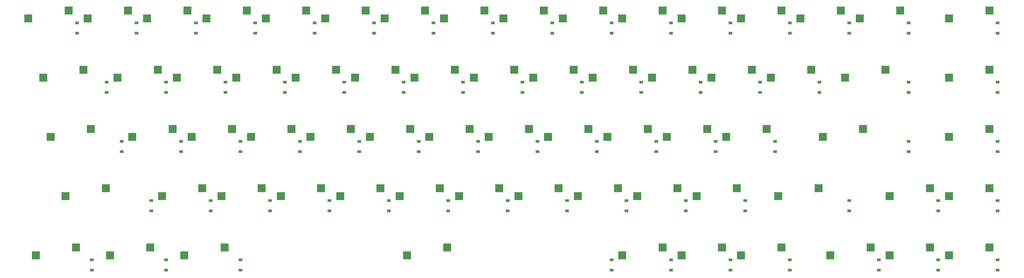
<source format=gbr>
G04 #@! TF.GenerationSoftware,KiCad,Pcbnew,(5.1.8-0-10_14)*
G04 #@! TF.CreationDate,2021-01-01T21:21:00+09:00*
G04 #@! TF.ProjectId,keyboard,6b657962-6f61-4726-942e-6b696361645f,rev?*
G04 #@! TF.SameCoordinates,Original*
G04 #@! TF.FileFunction,Paste,Bot*
G04 #@! TF.FilePolarity,Positive*
%FSLAX46Y46*%
G04 Gerber Fmt 4.6, Leading zero omitted, Abs format (unit mm)*
G04 Created by KiCad (PCBNEW (5.1.8-0-10_14)) date 2021-01-01 21:21:00*
%MOMM*%
%LPD*%
G01*
G04 APERTURE LIST*
%ADD10R,2.550000X2.500000*%
%ADD11R,1.200000X0.900000*%
G04 APERTURE END LIST*
D10*
X310642000Y-80645000D03*
X297715000Y-83185000D03*
X291592000Y-80645000D03*
X278665000Y-83185000D03*
X272542000Y-80645000D03*
X259615000Y-83185000D03*
X243967000Y-80645000D03*
X231040000Y-83185000D03*
X224917000Y-80645000D03*
X211990000Y-83185000D03*
X205867000Y-80645000D03*
X192940000Y-83185000D03*
X136811000Y-80645000D03*
X123884000Y-83185000D03*
X65373200Y-80645000D03*
X52446200Y-83185000D03*
X41560800Y-80645000D03*
X28633800Y-83185000D03*
X17748200Y-80645000D03*
X4821200Y-83185000D03*
X310642000Y-61595000D03*
X297715000Y-64135000D03*
X291592000Y-61595000D03*
X278665000Y-64135000D03*
X255873000Y-61595000D03*
X242946000Y-64135000D03*
X229680000Y-61595000D03*
X216753000Y-64135000D03*
X210630000Y-61595000D03*
X197703000Y-64135000D03*
X191580000Y-61595000D03*
X178653000Y-64135000D03*
X172530000Y-61595000D03*
X159603000Y-64135000D03*
X153480000Y-61595000D03*
X140553000Y-64135000D03*
X134430000Y-61595000D03*
X121503000Y-64135000D03*
X115380000Y-61595000D03*
X102453000Y-64135000D03*
X96329500Y-61595000D03*
X83402500Y-64135000D03*
X77279500Y-61595000D03*
X64352500Y-64135000D03*
X58229500Y-61595000D03*
X45302500Y-64135000D03*
X27273200Y-61595000D03*
X14346200Y-64135000D03*
X310642000Y-42545000D03*
X297715000Y-45085000D03*
X270161000Y-42545000D03*
X257234000Y-45085000D03*
X239204000Y-42545000D03*
X226277000Y-45085000D03*
X220154000Y-42545000D03*
X207227000Y-45085000D03*
X201104000Y-42545000D03*
X188177000Y-45085000D03*
X182054000Y-42545000D03*
X169127000Y-45085000D03*
X163004000Y-42545000D03*
X150077000Y-45085000D03*
X143954000Y-42545000D03*
X131027000Y-45085000D03*
X124904000Y-42545000D03*
X111977000Y-45085000D03*
X105854000Y-42545000D03*
X92927000Y-45085000D03*
X86804500Y-42545000D03*
X73877500Y-45085000D03*
X67754500Y-42545000D03*
X54827500Y-45085000D03*
X48704500Y-42545000D03*
X35777500Y-45085000D03*
X22510800Y-42545000D03*
X9583800Y-45085000D03*
X310642000Y-23495000D03*
X297715000Y-26035000D03*
X277304000Y-23495000D03*
X264377000Y-26035000D03*
X253492000Y-23495000D03*
X240565000Y-26035000D03*
X234442000Y-23495000D03*
X221515000Y-26035000D03*
X215392000Y-23495000D03*
X202465000Y-26035000D03*
X196342000Y-23495000D03*
X183415000Y-26035000D03*
X177292000Y-23495000D03*
X164365000Y-26035000D03*
X158242000Y-23495000D03*
X145315000Y-26035000D03*
X139192000Y-23495000D03*
X126265000Y-26035000D03*
X120142000Y-23495000D03*
X107215000Y-26035000D03*
X101092000Y-23495000D03*
X88165000Y-26035000D03*
X82042000Y-23495000D03*
X69115000Y-26035000D03*
X62992000Y-23495000D03*
X50065000Y-26035000D03*
X43942000Y-23495000D03*
X31015000Y-26035000D03*
X20129500Y-23495000D03*
X7202500Y-26035000D03*
X310642000Y-4445000D03*
X297715000Y-6985000D03*
X282067000Y-4445000D03*
X269140000Y-6985000D03*
X263017000Y-4445000D03*
X250090000Y-6985000D03*
X243967000Y-4445000D03*
X231040000Y-6985000D03*
X224917000Y-4445000D03*
X211990000Y-6985000D03*
X205867000Y-4445000D03*
X192940000Y-6985000D03*
X186817000Y-4445000D03*
X173890000Y-6985000D03*
X167767000Y-4445000D03*
X154840000Y-6985000D03*
X148717000Y-4445000D03*
X135790000Y-6985000D03*
X129667000Y-4445000D03*
X116740000Y-6985000D03*
X110617000Y-4445000D03*
X97690000Y-6985000D03*
X91567000Y-4445000D03*
X78640000Y-6985000D03*
X72517000Y-4445000D03*
X59590000Y-6985000D03*
X53467000Y-4445000D03*
X40540000Y-6985000D03*
X34417000Y-4445000D03*
X21490000Y-6985000D03*
X15367000Y-4445000D03*
X2440000Y-6985000D03*
D11*
X18050000Y-8375000D03*
X18050000Y-11675000D03*
X37100000Y-8375000D03*
X37100000Y-11675000D03*
X56150000Y-8375000D03*
X56150000Y-11675000D03*
X75200000Y-8375000D03*
X75200000Y-11675000D03*
X94250000Y-8375000D03*
X94250000Y-11675000D03*
X113300000Y-8375000D03*
X113300000Y-11675000D03*
X132350000Y-8375000D03*
X132350000Y-11675000D03*
X151400000Y-8375000D03*
X151400000Y-11675000D03*
X170450000Y-8375000D03*
X170450000Y-11675000D03*
X189500000Y-8375000D03*
X189500000Y-11675000D03*
X208550000Y-8375000D03*
X208550000Y-11675000D03*
X227600000Y-8375000D03*
X227600000Y-11675000D03*
X246650000Y-8375000D03*
X246650000Y-11675000D03*
X265700000Y-8375000D03*
X265700000Y-11675000D03*
X284750000Y-8375000D03*
X284750000Y-11675000D03*
X313325000Y-8375000D03*
X313325000Y-11675000D03*
X27575000Y-27425000D03*
X27575000Y-30725000D03*
X46625000Y-27425000D03*
X46625000Y-30725000D03*
X65675000Y-27425000D03*
X65675000Y-30725000D03*
X84725000Y-27425000D03*
X84725000Y-30725000D03*
X103775000Y-27425000D03*
X103775000Y-30725000D03*
X122825000Y-27425000D03*
X122825000Y-30725000D03*
X141875000Y-27425000D03*
X141875000Y-30725000D03*
X160925000Y-27425000D03*
X160925000Y-30725000D03*
X179975000Y-27425000D03*
X179975000Y-30725000D03*
X199025000Y-27425000D03*
X199025000Y-30725000D03*
X218075000Y-27425000D03*
X218075000Y-30725000D03*
X237125000Y-27425000D03*
X237125000Y-30725000D03*
X256175000Y-27425000D03*
X256175000Y-30725000D03*
X284750000Y-27425000D03*
X284750000Y-30725000D03*
X313325000Y-27425000D03*
X313325000Y-30725000D03*
X32337500Y-46475000D03*
X32337500Y-49775000D03*
X51387500Y-46475000D03*
X51387500Y-49775000D03*
X70437500Y-46475000D03*
X70437500Y-49775000D03*
X89487500Y-46475000D03*
X89487500Y-49775000D03*
X108538000Y-46475000D03*
X108538000Y-49775000D03*
X127588000Y-46475000D03*
X127588000Y-49775000D03*
X146638000Y-46475000D03*
X146638000Y-49775000D03*
X165688000Y-46475000D03*
X165688000Y-49775000D03*
X184738000Y-46475000D03*
X184738000Y-49775000D03*
X203788000Y-46475000D03*
X203788000Y-49775000D03*
X222838000Y-46475000D03*
X222838000Y-49775000D03*
X241888000Y-46475000D03*
X241888000Y-49775000D03*
X284750000Y-46475000D03*
X284750000Y-49775000D03*
X313325000Y-46475000D03*
X313325000Y-49775000D03*
X41862500Y-65525000D03*
X41862500Y-68825000D03*
X60912500Y-65525000D03*
X60912500Y-68825000D03*
X79962500Y-65525000D03*
X79962500Y-68825000D03*
X99012500Y-65525000D03*
X99012500Y-68825000D03*
X118062000Y-65525000D03*
X118062000Y-68825000D03*
X137112000Y-65525000D03*
X137112000Y-68825000D03*
X156162000Y-65525000D03*
X156162000Y-68825000D03*
X175212000Y-65525000D03*
X175212000Y-68825000D03*
X194262000Y-65525000D03*
X194262000Y-68825000D03*
X213312000Y-65525000D03*
X213312000Y-68825000D03*
X232362000Y-65525000D03*
X232362000Y-68825000D03*
X265700000Y-65525000D03*
X265700000Y-68825000D03*
X294275000Y-65525000D03*
X294275000Y-68825000D03*
X313325000Y-65525000D03*
X313325000Y-68825000D03*
X22812500Y-84575000D03*
X22812500Y-87875000D03*
X46625000Y-84575000D03*
X46625000Y-87875000D03*
X70437500Y-84575000D03*
X70437500Y-87875000D03*
X189500000Y-84575000D03*
X189500000Y-87875000D03*
X208550000Y-84575000D03*
X208550000Y-87875000D03*
X227600000Y-84575000D03*
X227600000Y-87875000D03*
X246650000Y-84575000D03*
X246650000Y-87875000D03*
X275225000Y-84575000D03*
X275225000Y-87875000D03*
X294275000Y-84575000D03*
X294275000Y-87875000D03*
X313325000Y-84575000D03*
X313325000Y-87875000D03*
M02*

</source>
